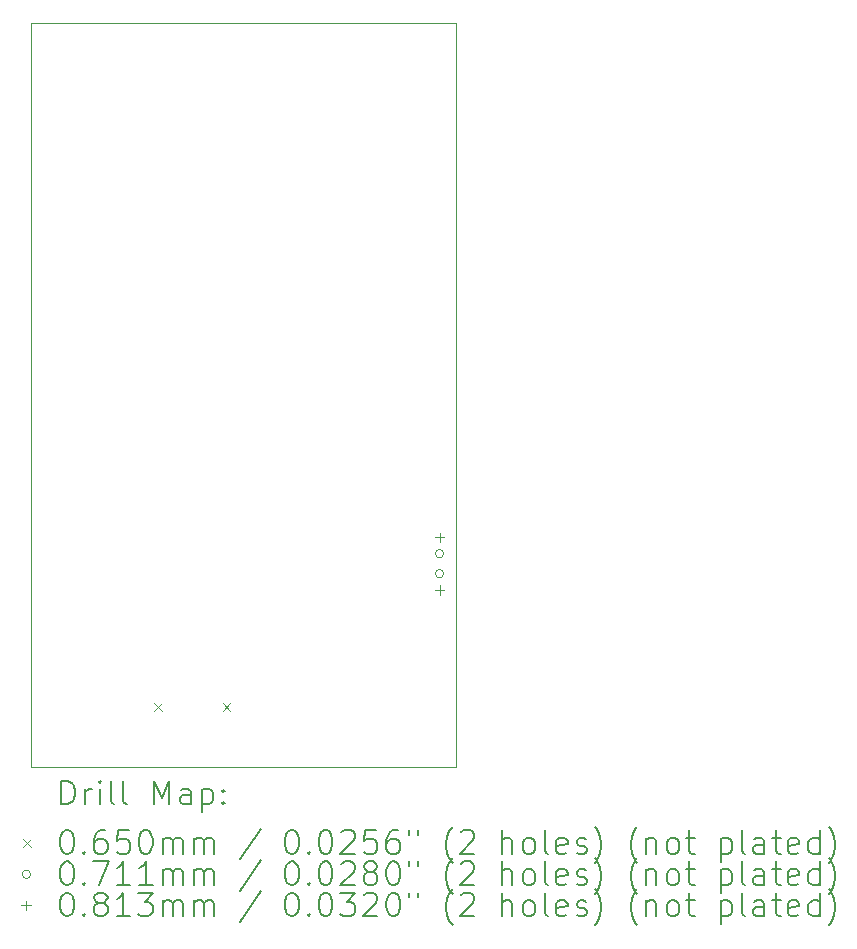
<source format=gbr>
%TF.GenerationSoftware,KiCad,Pcbnew,9.0.0*%
%TF.CreationDate,2025-04-24T13:44:51+03:00*%
%TF.ProjectId,ESP32_BOARD,45535033-325f-4424-9f41-52442e6b6963,1.0*%
%TF.SameCoordinates,Original*%
%TF.FileFunction,Drillmap*%
%TF.FilePolarity,Positive*%
%FSLAX45Y45*%
G04 Gerber Fmt 4.5, Leading zero omitted, Abs format (unit mm)*
G04 Created by KiCad (PCBNEW 9.0.0) date 2025-04-24 13:44:51*
%MOMM*%
%LPD*%
G01*
G04 APERTURE LIST*
%ADD10C,0.050000*%
%ADD11C,0.200000*%
%ADD12C,0.100000*%
G04 APERTURE END LIST*
D10*
X7740000Y-9120000D02*
X11340000Y-9120000D01*
X11340000Y-15420000D01*
X7740000Y-15420000D01*
X7740000Y-9120000D01*
D11*
D12*
X8786500Y-14879500D02*
X8851500Y-14944500D01*
X8851500Y-14879500D02*
X8786500Y-14944500D01*
X9364500Y-14879500D02*
X9429500Y-14944500D01*
X9429500Y-14879500D02*
X9364500Y-14944500D01*
X11235158Y-13611707D02*
G75*
G02*
X11164038Y-13611707I-35560J0D01*
G01*
X11164038Y-13611707D02*
G75*
G02*
X11235158Y-13611707I35560J0D01*
G01*
X11235158Y-13781707D02*
G75*
G02*
X11164038Y-13781707I-35560J0D01*
G01*
X11164038Y-13781707D02*
G75*
G02*
X11235158Y-13781707I35560J0D01*
G01*
X11199598Y-13433567D02*
X11199598Y-13514847D01*
X11158958Y-13474207D02*
X11240238Y-13474207D01*
X11199598Y-13878567D02*
X11199598Y-13959847D01*
X11158958Y-13919207D02*
X11240238Y-13919207D01*
D11*
X7998277Y-15733984D02*
X7998277Y-15533984D01*
X7998277Y-15533984D02*
X8045896Y-15533984D01*
X8045896Y-15533984D02*
X8074467Y-15543508D01*
X8074467Y-15543508D02*
X8093515Y-15562555D01*
X8093515Y-15562555D02*
X8103039Y-15581603D01*
X8103039Y-15581603D02*
X8112562Y-15619698D01*
X8112562Y-15619698D02*
X8112562Y-15648269D01*
X8112562Y-15648269D02*
X8103039Y-15686365D01*
X8103039Y-15686365D02*
X8093515Y-15705412D01*
X8093515Y-15705412D02*
X8074467Y-15724460D01*
X8074467Y-15724460D02*
X8045896Y-15733984D01*
X8045896Y-15733984D02*
X7998277Y-15733984D01*
X8198277Y-15733984D02*
X8198277Y-15600650D01*
X8198277Y-15638746D02*
X8207801Y-15619698D01*
X8207801Y-15619698D02*
X8217324Y-15610174D01*
X8217324Y-15610174D02*
X8236372Y-15600650D01*
X8236372Y-15600650D02*
X8255420Y-15600650D01*
X8322086Y-15733984D02*
X8322086Y-15600650D01*
X8322086Y-15533984D02*
X8312562Y-15543508D01*
X8312562Y-15543508D02*
X8322086Y-15553031D01*
X8322086Y-15553031D02*
X8331610Y-15543508D01*
X8331610Y-15543508D02*
X8322086Y-15533984D01*
X8322086Y-15533984D02*
X8322086Y-15553031D01*
X8445896Y-15733984D02*
X8426848Y-15724460D01*
X8426848Y-15724460D02*
X8417324Y-15705412D01*
X8417324Y-15705412D02*
X8417324Y-15533984D01*
X8550658Y-15733984D02*
X8531610Y-15724460D01*
X8531610Y-15724460D02*
X8522086Y-15705412D01*
X8522086Y-15705412D02*
X8522086Y-15533984D01*
X8779229Y-15733984D02*
X8779229Y-15533984D01*
X8779229Y-15533984D02*
X8845896Y-15676841D01*
X8845896Y-15676841D02*
X8912563Y-15533984D01*
X8912563Y-15533984D02*
X8912563Y-15733984D01*
X9093515Y-15733984D02*
X9093515Y-15629222D01*
X9093515Y-15629222D02*
X9083991Y-15610174D01*
X9083991Y-15610174D02*
X9064944Y-15600650D01*
X9064944Y-15600650D02*
X9026848Y-15600650D01*
X9026848Y-15600650D02*
X9007801Y-15610174D01*
X9093515Y-15724460D02*
X9074467Y-15733984D01*
X9074467Y-15733984D02*
X9026848Y-15733984D01*
X9026848Y-15733984D02*
X9007801Y-15724460D01*
X9007801Y-15724460D02*
X8998277Y-15705412D01*
X8998277Y-15705412D02*
X8998277Y-15686365D01*
X8998277Y-15686365D02*
X9007801Y-15667317D01*
X9007801Y-15667317D02*
X9026848Y-15657793D01*
X9026848Y-15657793D02*
X9074467Y-15657793D01*
X9074467Y-15657793D02*
X9093515Y-15648269D01*
X9188753Y-15600650D02*
X9188753Y-15800650D01*
X9188753Y-15610174D02*
X9207801Y-15600650D01*
X9207801Y-15600650D02*
X9245896Y-15600650D01*
X9245896Y-15600650D02*
X9264944Y-15610174D01*
X9264944Y-15610174D02*
X9274467Y-15619698D01*
X9274467Y-15619698D02*
X9283991Y-15638746D01*
X9283991Y-15638746D02*
X9283991Y-15695888D01*
X9283991Y-15695888D02*
X9274467Y-15714936D01*
X9274467Y-15714936D02*
X9264944Y-15724460D01*
X9264944Y-15724460D02*
X9245896Y-15733984D01*
X9245896Y-15733984D02*
X9207801Y-15733984D01*
X9207801Y-15733984D02*
X9188753Y-15724460D01*
X9369705Y-15714936D02*
X9379229Y-15724460D01*
X9379229Y-15724460D02*
X9369705Y-15733984D01*
X9369705Y-15733984D02*
X9360182Y-15724460D01*
X9360182Y-15724460D02*
X9369705Y-15714936D01*
X9369705Y-15714936D02*
X9369705Y-15733984D01*
X9369705Y-15610174D02*
X9379229Y-15619698D01*
X9379229Y-15619698D02*
X9369705Y-15629222D01*
X9369705Y-15629222D02*
X9360182Y-15619698D01*
X9360182Y-15619698D02*
X9369705Y-15610174D01*
X9369705Y-15610174D02*
X9369705Y-15629222D01*
D12*
X7672500Y-16030000D02*
X7737500Y-16095000D01*
X7737500Y-16030000D02*
X7672500Y-16095000D01*
D11*
X8036372Y-15953984D02*
X8055420Y-15953984D01*
X8055420Y-15953984D02*
X8074467Y-15963508D01*
X8074467Y-15963508D02*
X8083991Y-15973031D01*
X8083991Y-15973031D02*
X8093515Y-15992079D01*
X8093515Y-15992079D02*
X8103039Y-16030174D01*
X8103039Y-16030174D02*
X8103039Y-16077793D01*
X8103039Y-16077793D02*
X8093515Y-16115888D01*
X8093515Y-16115888D02*
X8083991Y-16134936D01*
X8083991Y-16134936D02*
X8074467Y-16144460D01*
X8074467Y-16144460D02*
X8055420Y-16153984D01*
X8055420Y-16153984D02*
X8036372Y-16153984D01*
X8036372Y-16153984D02*
X8017324Y-16144460D01*
X8017324Y-16144460D02*
X8007801Y-16134936D01*
X8007801Y-16134936D02*
X7998277Y-16115888D01*
X7998277Y-16115888D02*
X7988753Y-16077793D01*
X7988753Y-16077793D02*
X7988753Y-16030174D01*
X7988753Y-16030174D02*
X7998277Y-15992079D01*
X7998277Y-15992079D02*
X8007801Y-15973031D01*
X8007801Y-15973031D02*
X8017324Y-15963508D01*
X8017324Y-15963508D02*
X8036372Y-15953984D01*
X8188753Y-16134936D02*
X8198277Y-16144460D01*
X8198277Y-16144460D02*
X8188753Y-16153984D01*
X8188753Y-16153984D02*
X8179229Y-16144460D01*
X8179229Y-16144460D02*
X8188753Y-16134936D01*
X8188753Y-16134936D02*
X8188753Y-16153984D01*
X8369705Y-15953984D02*
X8331610Y-15953984D01*
X8331610Y-15953984D02*
X8312562Y-15963508D01*
X8312562Y-15963508D02*
X8303039Y-15973031D01*
X8303039Y-15973031D02*
X8283991Y-16001603D01*
X8283991Y-16001603D02*
X8274467Y-16039698D01*
X8274467Y-16039698D02*
X8274467Y-16115888D01*
X8274467Y-16115888D02*
X8283991Y-16134936D01*
X8283991Y-16134936D02*
X8293515Y-16144460D01*
X8293515Y-16144460D02*
X8312562Y-16153984D01*
X8312562Y-16153984D02*
X8350658Y-16153984D01*
X8350658Y-16153984D02*
X8369705Y-16144460D01*
X8369705Y-16144460D02*
X8379229Y-16134936D01*
X8379229Y-16134936D02*
X8388753Y-16115888D01*
X8388753Y-16115888D02*
X8388753Y-16068269D01*
X8388753Y-16068269D02*
X8379229Y-16049222D01*
X8379229Y-16049222D02*
X8369705Y-16039698D01*
X8369705Y-16039698D02*
X8350658Y-16030174D01*
X8350658Y-16030174D02*
X8312562Y-16030174D01*
X8312562Y-16030174D02*
X8293515Y-16039698D01*
X8293515Y-16039698D02*
X8283991Y-16049222D01*
X8283991Y-16049222D02*
X8274467Y-16068269D01*
X8569705Y-15953984D02*
X8474467Y-15953984D01*
X8474467Y-15953984D02*
X8464944Y-16049222D01*
X8464944Y-16049222D02*
X8474467Y-16039698D01*
X8474467Y-16039698D02*
X8493515Y-16030174D01*
X8493515Y-16030174D02*
X8541134Y-16030174D01*
X8541134Y-16030174D02*
X8560182Y-16039698D01*
X8560182Y-16039698D02*
X8569705Y-16049222D01*
X8569705Y-16049222D02*
X8579229Y-16068269D01*
X8579229Y-16068269D02*
X8579229Y-16115888D01*
X8579229Y-16115888D02*
X8569705Y-16134936D01*
X8569705Y-16134936D02*
X8560182Y-16144460D01*
X8560182Y-16144460D02*
X8541134Y-16153984D01*
X8541134Y-16153984D02*
X8493515Y-16153984D01*
X8493515Y-16153984D02*
X8474467Y-16144460D01*
X8474467Y-16144460D02*
X8464944Y-16134936D01*
X8703039Y-15953984D02*
X8722086Y-15953984D01*
X8722086Y-15953984D02*
X8741134Y-15963508D01*
X8741134Y-15963508D02*
X8750658Y-15973031D01*
X8750658Y-15973031D02*
X8760182Y-15992079D01*
X8760182Y-15992079D02*
X8769705Y-16030174D01*
X8769705Y-16030174D02*
X8769705Y-16077793D01*
X8769705Y-16077793D02*
X8760182Y-16115888D01*
X8760182Y-16115888D02*
X8750658Y-16134936D01*
X8750658Y-16134936D02*
X8741134Y-16144460D01*
X8741134Y-16144460D02*
X8722086Y-16153984D01*
X8722086Y-16153984D02*
X8703039Y-16153984D01*
X8703039Y-16153984D02*
X8683991Y-16144460D01*
X8683991Y-16144460D02*
X8674467Y-16134936D01*
X8674467Y-16134936D02*
X8664944Y-16115888D01*
X8664944Y-16115888D02*
X8655420Y-16077793D01*
X8655420Y-16077793D02*
X8655420Y-16030174D01*
X8655420Y-16030174D02*
X8664944Y-15992079D01*
X8664944Y-15992079D02*
X8674467Y-15973031D01*
X8674467Y-15973031D02*
X8683991Y-15963508D01*
X8683991Y-15963508D02*
X8703039Y-15953984D01*
X8855420Y-16153984D02*
X8855420Y-16020650D01*
X8855420Y-16039698D02*
X8864944Y-16030174D01*
X8864944Y-16030174D02*
X8883991Y-16020650D01*
X8883991Y-16020650D02*
X8912563Y-16020650D01*
X8912563Y-16020650D02*
X8931610Y-16030174D01*
X8931610Y-16030174D02*
X8941134Y-16049222D01*
X8941134Y-16049222D02*
X8941134Y-16153984D01*
X8941134Y-16049222D02*
X8950658Y-16030174D01*
X8950658Y-16030174D02*
X8969705Y-16020650D01*
X8969705Y-16020650D02*
X8998277Y-16020650D01*
X8998277Y-16020650D02*
X9017325Y-16030174D01*
X9017325Y-16030174D02*
X9026848Y-16049222D01*
X9026848Y-16049222D02*
X9026848Y-16153984D01*
X9122086Y-16153984D02*
X9122086Y-16020650D01*
X9122086Y-16039698D02*
X9131610Y-16030174D01*
X9131610Y-16030174D02*
X9150658Y-16020650D01*
X9150658Y-16020650D02*
X9179229Y-16020650D01*
X9179229Y-16020650D02*
X9198277Y-16030174D01*
X9198277Y-16030174D02*
X9207801Y-16049222D01*
X9207801Y-16049222D02*
X9207801Y-16153984D01*
X9207801Y-16049222D02*
X9217325Y-16030174D01*
X9217325Y-16030174D02*
X9236372Y-16020650D01*
X9236372Y-16020650D02*
X9264944Y-16020650D01*
X9264944Y-16020650D02*
X9283991Y-16030174D01*
X9283991Y-16030174D02*
X9293515Y-16049222D01*
X9293515Y-16049222D02*
X9293515Y-16153984D01*
X9683991Y-15944460D02*
X9512563Y-16201603D01*
X9941134Y-15953984D02*
X9960182Y-15953984D01*
X9960182Y-15953984D02*
X9979229Y-15963508D01*
X9979229Y-15963508D02*
X9988753Y-15973031D01*
X9988753Y-15973031D02*
X9998277Y-15992079D01*
X9998277Y-15992079D02*
X10007801Y-16030174D01*
X10007801Y-16030174D02*
X10007801Y-16077793D01*
X10007801Y-16077793D02*
X9998277Y-16115888D01*
X9998277Y-16115888D02*
X9988753Y-16134936D01*
X9988753Y-16134936D02*
X9979229Y-16144460D01*
X9979229Y-16144460D02*
X9960182Y-16153984D01*
X9960182Y-16153984D02*
X9941134Y-16153984D01*
X9941134Y-16153984D02*
X9922087Y-16144460D01*
X9922087Y-16144460D02*
X9912563Y-16134936D01*
X9912563Y-16134936D02*
X9903039Y-16115888D01*
X9903039Y-16115888D02*
X9893515Y-16077793D01*
X9893515Y-16077793D02*
X9893515Y-16030174D01*
X9893515Y-16030174D02*
X9903039Y-15992079D01*
X9903039Y-15992079D02*
X9912563Y-15973031D01*
X9912563Y-15973031D02*
X9922087Y-15963508D01*
X9922087Y-15963508D02*
X9941134Y-15953984D01*
X10093515Y-16134936D02*
X10103039Y-16144460D01*
X10103039Y-16144460D02*
X10093515Y-16153984D01*
X10093515Y-16153984D02*
X10083991Y-16144460D01*
X10083991Y-16144460D02*
X10093515Y-16134936D01*
X10093515Y-16134936D02*
X10093515Y-16153984D01*
X10226848Y-15953984D02*
X10245896Y-15953984D01*
X10245896Y-15953984D02*
X10264944Y-15963508D01*
X10264944Y-15963508D02*
X10274468Y-15973031D01*
X10274468Y-15973031D02*
X10283991Y-15992079D01*
X10283991Y-15992079D02*
X10293515Y-16030174D01*
X10293515Y-16030174D02*
X10293515Y-16077793D01*
X10293515Y-16077793D02*
X10283991Y-16115888D01*
X10283991Y-16115888D02*
X10274468Y-16134936D01*
X10274468Y-16134936D02*
X10264944Y-16144460D01*
X10264944Y-16144460D02*
X10245896Y-16153984D01*
X10245896Y-16153984D02*
X10226848Y-16153984D01*
X10226848Y-16153984D02*
X10207801Y-16144460D01*
X10207801Y-16144460D02*
X10198277Y-16134936D01*
X10198277Y-16134936D02*
X10188753Y-16115888D01*
X10188753Y-16115888D02*
X10179229Y-16077793D01*
X10179229Y-16077793D02*
X10179229Y-16030174D01*
X10179229Y-16030174D02*
X10188753Y-15992079D01*
X10188753Y-15992079D02*
X10198277Y-15973031D01*
X10198277Y-15973031D02*
X10207801Y-15963508D01*
X10207801Y-15963508D02*
X10226848Y-15953984D01*
X10369706Y-15973031D02*
X10379229Y-15963508D01*
X10379229Y-15963508D02*
X10398277Y-15953984D01*
X10398277Y-15953984D02*
X10445896Y-15953984D01*
X10445896Y-15953984D02*
X10464944Y-15963508D01*
X10464944Y-15963508D02*
X10474468Y-15973031D01*
X10474468Y-15973031D02*
X10483991Y-15992079D01*
X10483991Y-15992079D02*
X10483991Y-16011127D01*
X10483991Y-16011127D02*
X10474468Y-16039698D01*
X10474468Y-16039698D02*
X10360182Y-16153984D01*
X10360182Y-16153984D02*
X10483991Y-16153984D01*
X10664944Y-15953984D02*
X10569706Y-15953984D01*
X10569706Y-15953984D02*
X10560182Y-16049222D01*
X10560182Y-16049222D02*
X10569706Y-16039698D01*
X10569706Y-16039698D02*
X10588753Y-16030174D01*
X10588753Y-16030174D02*
X10636372Y-16030174D01*
X10636372Y-16030174D02*
X10655420Y-16039698D01*
X10655420Y-16039698D02*
X10664944Y-16049222D01*
X10664944Y-16049222D02*
X10674468Y-16068269D01*
X10674468Y-16068269D02*
X10674468Y-16115888D01*
X10674468Y-16115888D02*
X10664944Y-16134936D01*
X10664944Y-16134936D02*
X10655420Y-16144460D01*
X10655420Y-16144460D02*
X10636372Y-16153984D01*
X10636372Y-16153984D02*
X10588753Y-16153984D01*
X10588753Y-16153984D02*
X10569706Y-16144460D01*
X10569706Y-16144460D02*
X10560182Y-16134936D01*
X10845896Y-15953984D02*
X10807801Y-15953984D01*
X10807801Y-15953984D02*
X10788753Y-15963508D01*
X10788753Y-15963508D02*
X10779229Y-15973031D01*
X10779229Y-15973031D02*
X10760182Y-16001603D01*
X10760182Y-16001603D02*
X10750658Y-16039698D01*
X10750658Y-16039698D02*
X10750658Y-16115888D01*
X10750658Y-16115888D02*
X10760182Y-16134936D01*
X10760182Y-16134936D02*
X10769706Y-16144460D01*
X10769706Y-16144460D02*
X10788753Y-16153984D01*
X10788753Y-16153984D02*
X10826849Y-16153984D01*
X10826849Y-16153984D02*
X10845896Y-16144460D01*
X10845896Y-16144460D02*
X10855420Y-16134936D01*
X10855420Y-16134936D02*
X10864944Y-16115888D01*
X10864944Y-16115888D02*
X10864944Y-16068269D01*
X10864944Y-16068269D02*
X10855420Y-16049222D01*
X10855420Y-16049222D02*
X10845896Y-16039698D01*
X10845896Y-16039698D02*
X10826849Y-16030174D01*
X10826849Y-16030174D02*
X10788753Y-16030174D01*
X10788753Y-16030174D02*
X10769706Y-16039698D01*
X10769706Y-16039698D02*
X10760182Y-16049222D01*
X10760182Y-16049222D02*
X10750658Y-16068269D01*
X10941134Y-15953984D02*
X10941134Y-15992079D01*
X11017325Y-15953984D02*
X11017325Y-15992079D01*
X11312563Y-16230174D02*
X11303039Y-16220650D01*
X11303039Y-16220650D02*
X11283991Y-16192079D01*
X11283991Y-16192079D02*
X11274468Y-16173031D01*
X11274468Y-16173031D02*
X11264944Y-16144460D01*
X11264944Y-16144460D02*
X11255420Y-16096841D01*
X11255420Y-16096841D02*
X11255420Y-16058746D01*
X11255420Y-16058746D02*
X11264944Y-16011127D01*
X11264944Y-16011127D02*
X11274468Y-15982555D01*
X11274468Y-15982555D02*
X11283991Y-15963508D01*
X11283991Y-15963508D02*
X11303039Y-15934936D01*
X11303039Y-15934936D02*
X11312563Y-15925412D01*
X11379229Y-15973031D02*
X11388753Y-15963508D01*
X11388753Y-15963508D02*
X11407801Y-15953984D01*
X11407801Y-15953984D02*
X11455420Y-15953984D01*
X11455420Y-15953984D02*
X11474468Y-15963508D01*
X11474468Y-15963508D02*
X11483991Y-15973031D01*
X11483991Y-15973031D02*
X11493515Y-15992079D01*
X11493515Y-15992079D02*
X11493515Y-16011127D01*
X11493515Y-16011127D02*
X11483991Y-16039698D01*
X11483991Y-16039698D02*
X11369706Y-16153984D01*
X11369706Y-16153984D02*
X11493515Y-16153984D01*
X11731610Y-16153984D02*
X11731610Y-15953984D01*
X11817325Y-16153984D02*
X11817325Y-16049222D01*
X11817325Y-16049222D02*
X11807801Y-16030174D01*
X11807801Y-16030174D02*
X11788753Y-16020650D01*
X11788753Y-16020650D02*
X11760182Y-16020650D01*
X11760182Y-16020650D02*
X11741134Y-16030174D01*
X11741134Y-16030174D02*
X11731610Y-16039698D01*
X11941134Y-16153984D02*
X11922087Y-16144460D01*
X11922087Y-16144460D02*
X11912563Y-16134936D01*
X11912563Y-16134936D02*
X11903039Y-16115888D01*
X11903039Y-16115888D02*
X11903039Y-16058746D01*
X11903039Y-16058746D02*
X11912563Y-16039698D01*
X11912563Y-16039698D02*
X11922087Y-16030174D01*
X11922087Y-16030174D02*
X11941134Y-16020650D01*
X11941134Y-16020650D02*
X11969706Y-16020650D01*
X11969706Y-16020650D02*
X11988753Y-16030174D01*
X11988753Y-16030174D02*
X11998277Y-16039698D01*
X11998277Y-16039698D02*
X12007801Y-16058746D01*
X12007801Y-16058746D02*
X12007801Y-16115888D01*
X12007801Y-16115888D02*
X11998277Y-16134936D01*
X11998277Y-16134936D02*
X11988753Y-16144460D01*
X11988753Y-16144460D02*
X11969706Y-16153984D01*
X11969706Y-16153984D02*
X11941134Y-16153984D01*
X12122087Y-16153984D02*
X12103039Y-16144460D01*
X12103039Y-16144460D02*
X12093515Y-16125412D01*
X12093515Y-16125412D02*
X12093515Y-15953984D01*
X12274468Y-16144460D02*
X12255420Y-16153984D01*
X12255420Y-16153984D02*
X12217325Y-16153984D01*
X12217325Y-16153984D02*
X12198277Y-16144460D01*
X12198277Y-16144460D02*
X12188753Y-16125412D01*
X12188753Y-16125412D02*
X12188753Y-16049222D01*
X12188753Y-16049222D02*
X12198277Y-16030174D01*
X12198277Y-16030174D02*
X12217325Y-16020650D01*
X12217325Y-16020650D02*
X12255420Y-16020650D01*
X12255420Y-16020650D02*
X12274468Y-16030174D01*
X12274468Y-16030174D02*
X12283991Y-16049222D01*
X12283991Y-16049222D02*
X12283991Y-16068269D01*
X12283991Y-16068269D02*
X12188753Y-16087317D01*
X12360182Y-16144460D02*
X12379230Y-16153984D01*
X12379230Y-16153984D02*
X12417325Y-16153984D01*
X12417325Y-16153984D02*
X12436372Y-16144460D01*
X12436372Y-16144460D02*
X12445896Y-16125412D01*
X12445896Y-16125412D02*
X12445896Y-16115888D01*
X12445896Y-16115888D02*
X12436372Y-16096841D01*
X12436372Y-16096841D02*
X12417325Y-16087317D01*
X12417325Y-16087317D02*
X12388753Y-16087317D01*
X12388753Y-16087317D02*
X12369706Y-16077793D01*
X12369706Y-16077793D02*
X12360182Y-16058746D01*
X12360182Y-16058746D02*
X12360182Y-16049222D01*
X12360182Y-16049222D02*
X12369706Y-16030174D01*
X12369706Y-16030174D02*
X12388753Y-16020650D01*
X12388753Y-16020650D02*
X12417325Y-16020650D01*
X12417325Y-16020650D02*
X12436372Y-16030174D01*
X12512563Y-16230174D02*
X12522087Y-16220650D01*
X12522087Y-16220650D02*
X12541134Y-16192079D01*
X12541134Y-16192079D02*
X12550658Y-16173031D01*
X12550658Y-16173031D02*
X12560182Y-16144460D01*
X12560182Y-16144460D02*
X12569706Y-16096841D01*
X12569706Y-16096841D02*
X12569706Y-16058746D01*
X12569706Y-16058746D02*
X12560182Y-16011127D01*
X12560182Y-16011127D02*
X12550658Y-15982555D01*
X12550658Y-15982555D02*
X12541134Y-15963508D01*
X12541134Y-15963508D02*
X12522087Y-15934936D01*
X12522087Y-15934936D02*
X12512563Y-15925412D01*
X12874468Y-16230174D02*
X12864944Y-16220650D01*
X12864944Y-16220650D02*
X12845896Y-16192079D01*
X12845896Y-16192079D02*
X12836372Y-16173031D01*
X12836372Y-16173031D02*
X12826849Y-16144460D01*
X12826849Y-16144460D02*
X12817325Y-16096841D01*
X12817325Y-16096841D02*
X12817325Y-16058746D01*
X12817325Y-16058746D02*
X12826849Y-16011127D01*
X12826849Y-16011127D02*
X12836372Y-15982555D01*
X12836372Y-15982555D02*
X12845896Y-15963508D01*
X12845896Y-15963508D02*
X12864944Y-15934936D01*
X12864944Y-15934936D02*
X12874468Y-15925412D01*
X12950658Y-16020650D02*
X12950658Y-16153984D01*
X12950658Y-16039698D02*
X12960182Y-16030174D01*
X12960182Y-16030174D02*
X12979230Y-16020650D01*
X12979230Y-16020650D02*
X13007801Y-16020650D01*
X13007801Y-16020650D02*
X13026849Y-16030174D01*
X13026849Y-16030174D02*
X13036372Y-16049222D01*
X13036372Y-16049222D02*
X13036372Y-16153984D01*
X13160182Y-16153984D02*
X13141134Y-16144460D01*
X13141134Y-16144460D02*
X13131611Y-16134936D01*
X13131611Y-16134936D02*
X13122087Y-16115888D01*
X13122087Y-16115888D02*
X13122087Y-16058746D01*
X13122087Y-16058746D02*
X13131611Y-16039698D01*
X13131611Y-16039698D02*
X13141134Y-16030174D01*
X13141134Y-16030174D02*
X13160182Y-16020650D01*
X13160182Y-16020650D02*
X13188753Y-16020650D01*
X13188753Y-16020650D02*
X13207801Y-16030174D01*
X13207801Y-16030174D02*
X13217325Y-16039698D01*
X13217325Y-16039698D02*
X13226849Y-16058746D01*
X13226849Y-16058746D02*
X13226849Y-16115888D01*
X13226849Y-16115888D02*
X13217325Y-16134936D01*
X13217325Y-16134936D02*
X13207801Y-16144460D01*
X13207801Y-16144460D02*
X13188753Y-16153984D01*
X13188753Y-16153984D02*
X13160182Y-16153984D01*
X13283992Y-16020650D02*
X13360182Y-16020650D01*
X13312563Y-15953984D02*
X13312563Y-16125412D01*
X13312563Y-16125412D02*
X13322087Y-16144460D01*
X13322087Y-16144460D02*
X13341134Y-16153984D01*
X13341134Y-16153984D02*
X13360182Y-16153984D01*
X13579230Y-16020650D02*
X13579230Y-16220650D01*
X13579230Y-16030174D02*
X13598277Y-16020650D01*
X13598277Y-16020650D02*
X13636373Y-16020650D01*
X13636373Y-16020650D02*
X13655420Y-16030174D01*
X13655420Y-16030174D02*
X13664944Y-16039698D01*
X13664944Y-16039698D02*
X13674468Y-16058746D01*
X13674468Y-16058746D02*
X13674468Y-16115888D01*
X13674468Y-16115888D02*
X13664944Y-16134936D01*
X13664944Y-16134936D02*
X13655420Y-16144460D01*
X13655420Y-16144460D02*
X13636373Y-16153984D01*
X13636373Y-16153984D02*
X13598277Y-16153984D01*
X13598277Y-16153984D02*
X13579230Y-16144460D01*
X13788753Y-16153984D02*
X13769706Y-16144460D01*
X13769706Y-16144460D02*
X13760182Y-16125412D01*
X13760182Y-16125412D02*
X13760182Y-15953984D01*
X13950658Y-16153984D02*
X13950658Y-16049222D01*
X13950658Y-16049222D02*
X13941134Y-16030174D01*
X13941134Y-16030174D02*
X13922087Y-16020650D01*
X13922087Y-16020650D02*
X13883992Y-16020650D01*
X13883992Y-16020650D02*
X13864944Y-16030174D01*
X13950658Y-16144460D02*
X13931611Y-16153984D01*
X13931611Y-16153984D02*
X13883992Y-16153984D01*
X13883992Y-16153984D02*
X13864944Y-16144460D01*
X13864944Y-16144460D02*
X13855420Y-16125412D01*
X13855420Y-16125412D02*
X13855420Y-16106365D01*
X13855420Y-16106365D02*
X13864944Y-16087317D01*
X13864944Y-16087317D02*
X13883992Y-16077793D01*
X13883992Y-16077793D02*
X13931611Y-16077793D01*
X13931611Y-16077793D02*
X13950658Y-16068269D01*
X14017325Y-16020650D02*
X14093515Y-16020650D01*
X14045896Y-15953984D02*
X14045896Y-16125412D01*
X14045896Y-16125412D02*
X14055420Y-16144460D01*
X14055420Y-16144460D02*
X14074468Y-16153984D01*
X14074468Y-16153984D02*
X14093515Y-16153984D01*
X14236373Y-16144460D02*
X14217325Y-16153984D01*
X14217325Y-16153984D02*
X14179230Y-16153984D01*
X14179230Y-16153984D02*
X14160182Y-16144460D01*
X14160182Y-16144460D02*
X14150658Y-16125412D01*
X14150658Y-16125412D02*
X14150658Y-16049222D01*
X14150658Y-16049222D02*
X14160182Y-16030174D01*
X14160182Y-16030174D02*
X14179230Y-16020650D01*
X14179230Y-16020650D02*
X14217325Y-16020650D01*
X14217325Y-16020650D02*
X14236373Y-16030174D01*
X14236373Y-16030174D02*
X14245896Y-16049222D01*
X14245896Y-16049222D02*
X14245896Y-16068269D01*
X14245896Y-16068269D02*
X14150658Y-16087317D01*
X14417325Y-16153984D02*
X14417325Y-15953984D01*
X14417325Y-16144460D02*
X14398277Y-16153984D01*
X14398277Y-16153984D02*
X14360182Y-16153984D01*
X14360182Y-16153984D02*
X14341134Y-16144460D01*
X14341134Y-16144460D02*
X14331611Y-16134936D01*
X14331611Y-16134936D02*
X14322087Y-16115888D01*
X14322087Y-16115888D02*
X14322087Y-16058746D01*
X14322087Y-16058746D02*
X14331611Y-16039698D01*
X14331611Y-16039698D02*
X14341134Y-16030174D01*
X14341134Y-16030174D02*
X14360182Y-16020650D01*
X14360182Y-16020650D02*
X14398277Y-16020650D01*
X14398277Y-16020650D02*
X14417325Y-16030174D01*
X14493515Y-16230174D02*
X14503039Y-16220650D01*
X14503039Y-16220650D02*
X14522087Y-16192079D01*
X14522087Y-16192079D02*
X14531611Y-16173031D01*
X14531611Y-16173031D02*
X14541134Y-16144460D01*
X14541134Y-16144460D02*
X14550658Y-16096841D01*
X14550658Y-16096841D02*
X14550658Y-16058746D01*
X14550658Y-16058746D02*
X14541134Y-16011127D01*
X14541134Y-16011127D02*
X14531611Y-15982555D01*
X14531611Y-15982555D02*
X14522087Y-15963508D01*
X14522087Y-15963508D02*
X14503039Y-15934936D01*
X14503039Y-15934936D02*
X14493515Y-15925412D01*
D12*
X7737500Y-16326500D02*
G75*
G02*
X7666380Y-16326500I-35560J0D01*
G01*
X7666380Y-16326500D02*
G75*
G02*
X7737500Y-16326500I35560J0D01*
G01*
D11*
X8036372Y-16217984D02*
X8055420Y-16217984D01*
X8055420Y-16217984D02*
X8074467Y-16227508D01*
X8074467Y-16227508D02*
X8083991Y-16237031D01*
X8083991Y-16237031D02*
X8093515Y-16256079D01*
X8093515Y-16256079D02*
X8103039Y-16294174D01*
X8103039Y-16294174D02*
X8103039Y-16341793D01*
X8103039Y-16341793D02*
X8093515Y-16379888D01*
X8093515Y-16379888D02*
X8083991Y-16398936D01*
X8083991Y-16398936D02*
X8074467Y-16408460D01*
X8074467Y-16408460D02*
X8055420Y-16417984D01*
X8055420Y-16417984D02*
X8036372Y-16417984D01*
X8036372Y-16417984D02*
X8017324Y-16408460D01*
X8017324Y-16408460D02*
X8007801Y-16398936D01*
X8007801Y-16398936D02*
X7998277Y-16379888D01*
X7998277Y-16379888D02*
X7988753Y-16341793D01*
X7988753Y-16341793D02*
X7988753Y-16294174D01*
X7988753Y-16294174D02*
X7998277Y-16256079D01*
X7998277Y-16256079D02*
X8007801Y-16237031D01*
X8007801Y-16237031D02*
X8017324Y-16227508D01*
X8017324Y-16227508D02*
X8036372Y-16217984D01*
X8188753Y-16398936D02*
X8198277Y-16408460D01*
X8198277Y-16408460D02*
X8188753Y-16417984D01*
X8188753Y-16417984D02*
X8179229Y-16408460D01*
X8179229Y-16408460D02*
X8188753Y-16398936D01*
X8188753Y-16398936D02*
X8188753Y-16417984D01*
X8264943Y-16217984D02*
X8398277Y-16217984D01*
X8398277Y-16217984D02*
X8312562Y-16417984D01*
X8579229Y-16417984D02*
X8464944Y-16417984D01*
X8522086Y-16417984D02*
X8522086Y-16217984D01*
X8522086Y-16217984D02*
X8503039Y-16246555D01*
X8503039Y-16246555D02*
X8483991Y-16265603D01*
X8483991Y-16265603D02*
X8464944Y-16275127D01*
X8769705Y-16417984D02*
X8655420Y-16417984D01*
X8712563Y-16417984D02*
X8712563Y-16217984D01*
X8712563Y-16217984D02*
X8693515Y-16246555D01*
X8693515Y-16246555D02*
X8674467Y-16265603D01*
X8674467Y-16265603D02*
X8655420Y-16275127D01*
X8855420Y-16417984D02*
X8855420Y-16284650D01*
X8855420Y-16303698D02*
X8864944Y-16294174D01*
X8864944Y-16294174D02*
X8883991Y-16284650D01*
X8883991Y-16284650D02*
X8912563Y-16284650D01*
X8912563Y-16284650D02*
X8931610Y-16294174D01*
X8931610Y-16294174D02*
X8941134Y-16313222D01*
X8941134Y-16313222D02*
X8941134Y-16417984D01*
X8941134Y-16313222D02*
X8950658Y-16294174D01*
X8950658Y-16294174D02*
X8969705Y-16284650D01*
X8969705Y-16284650D02*
X8998277Y-16284650D01*
X8998277Y-16284650D02*
X9017325Y-16294174D01*
X9017325Y-16294174D02*
X9026848Y-16313222D01*
X9026848Y-16313222D02*
X9026848Y-16417984D01*
X9122086Y-16417984D02*
X9122086Y-16284650D01*
X9122086Y-16303698D02*
X9131610Y-16294174D01*
X9131610Y-16294174D02*
X9150658Y-16284650D01*
X9150658Y-16284650D02*
X9179229Y-16284650D01*
X9179229Y-16284650D02*
X9198277Y-16294174D01*
X9198277Y-16294174D02*
X9207801Y-16313222D01*
X9207801Y-16313222D02*
X9207801Y-16417984D01*
X9207801Y-16313222D02*
X9217325Y-16294174D01*
X9217325Y-16294174D02*
X9236372Y-16284650D01*
X9236372Y-16284650D02*
X9264944Y-16284650D01*
X9264944Y-16284650D02*
X9283991Y-16294174D01*
X9283991Y-16294174D02*
X9293515Y-16313222D01*
X9293515Y-16313222D02*
X9293515Y-16417984D01*
X9683991Y-16208460D02*
X9512563Y-16465603D01*
X9941134Y-16217984D02*
X9960182Y-16217984D01*
X9960182Y-16217984D02*
X9979229Y-16227508D01*
X9979229Y-16227508D02*
X9988753Y-16237031D01*
X9988753Y-16237031D02*
X9998277Y-16256079D01*
X9998277Y-16256079D02*
X10007801Y-16294174D01*
X10007801Y-16294174D02*
X10007801Y-16341793D01*
X10007801Y-16341793D02*
X9998277Y-16379888D01*
X9998277Y-16379888D02*
X9988753Y-16398936D01*
X9988753Y-16398936D02*
X9979229Y-16408460D01*
X9979229Y-16408460D02*
X9960182Y-16417984D01*
X9960182Y-16417984D02*
X9941134Y-16417984D01*
X9941134Y-16417984D02*
X9922087Y-16408460D01*
X9922087Y-16408460D02*
X9912563Y-16398936D01*
X9912563Y-16398936D02*
X9903039Y-16379888D01*
X9903039Y-16379888D02*
X9893515Y-16341793D01*
X9893515Y-16341793D02*
X9893515Y-16294174D01*
X9893515Y-16294174D02*
X9903039Y-16256079D01*
X9903039Y-16256079D02*
X9912563Y-16237031D01*
X9912563Y-16237031D02*
X9922087Y-16227508D01*
X9922087Y-16227508D02*
X9941134Y-16217984D01*
X10093515Y-16398936D02*
X10103039Y-16408460D01*
X10103039Y-16408460D02*
X10093515Y-16417984D01*
X10093515Y-16417984D02*
X10083991Y-16408460D01*
X10083991Y-16408460D02*
X10093515Y-16398936D01*
X10093515Y-16398936D02*
X10093515Y-16417984D01*
X10226848Y-16217984D02*
X10245896Y-16217984D01*
X10245896Y-16217984D02*
X10264944Y-16227508D01*
X10264944Y-16227508D02*
X10274468Y-16237031D01*
X10274468Y-16237031D02*
X10283991Y-16256079D01*
X10283991Y-16256079D02*
X10293515Y-16294174D01*
X10293515Y-16294174D02*
X10293515Y-16341793D01*
X10293515Y-16341793D02*
X10283991Y-16379888D01*
X10283991Y-16379888D02*
X10274468Y-16398936D01*
X10274468Y-16398936D02*
X10264944Y-16408460D01*
X10264944Y-16408460D02*
X10245896Y-16417984D01*
X10245896Y-16417984D02*
X10226848Y-16417984D01*
X10226848Y-16417984D02*
X10207801Y-16408460D01*
X10207801Y-16408460D02*
X10198277Y-16398936D01*
X10198277Y-16398936D02*
X10188753Y-16379888D01*
X10188753Y-16379888D02*
X10179229Y-16341793D01*
X10179229Y-16341793D02*
X10179229Y-16294174D01*
X10179229Y-16294174D02*
X10188753Y-16256079D01*
X10188753Y-16256079D02*
X10198277Y-16237031D01*
X10198277Y-16237031D02*
X10207801Y-16227508D01*
X10207801Y-16227508D02*
X10226848Y-16217984D01*
X10369706Y-16237031D02*
X10379229Y-16227508D01*
X10379229Y-16227508D02*
X10398277Y-16217984D01*
X10398277Y-16217984D02*
X10445896Y-16217984D01*
X10445896Y-16217984D02*
X10464944Y-16227508D01*
X10464944Y-16227508D02*
X10474468Y-16237031D01*
X10474468Y-16237031D02*
X10483991Y-16256079D01*
X10483991Y-16256079D02*
X10483991Y-16275127D01*
X10483991Y-16275127D02*
X10474468Y-16303698D01*
X10474468Y-16303698D02*
X10360182Y-16417984D01*
X10360182Y-16417984D02*
X10483991Y-16417984D01*
X10598277Y-16303698D02*
X10579229Y-16294174D01*
X10579229Y-16294174D02*
X10569706Y-16284650D01*
X10569706Y-16284650D02*
X10560182Y-16265603D01*
X10560182Y-16265603D02*
X10560182Y-16256079D01*
X10560182Y-16256079D02*
X10569706Y-16237031D01*
X10569706Y-16237031D02*
X10579229Y-16227508D01*
X10579229Y-16227508D02*
X10598277Y-16217984D01*
X10598277Y-16217984D02*
X10636372Y-16217984D01*
X10636372Y-16217984D02*
X10655420Y-16227508D01*
X10655420Y-16227508D02*
X10664944Y-16237031D01*
X10664944Y-16237031D02*
X10674468Y-16256079D01*
X10674468Y-16256079D02*
X10674468Y-16265603D01*
X10674468Y-16265603D02*
X10664944Y-16284650D01*
X10664944Y-16284650D02*
X10655420Y-16294174D01*
X10655420Y-16294174D02*
X10636372Y-16303698D01*
X10636372Y-16303698D02*
X10598277Y-16303698D01*
X10598277Y-16303698D02*
X10579229Y-16313222D01*
X10579229Y-16313222D02*
X10569706Y-16322746D01*
X10569706Y-16322746D02*
X10560182Y-16341793D01*
X10560182Y-16341793D02*
X10560182Y-16379888D01*
X10560182Y-16379888D02*
X10569706Y-16398936D01*
X10569706Y-16398936D02*
X10579229Y-16408460D01*
X10579229Y-16408460D02*
X10598277Y-16417984D01*
X10598277Y-16417984D02*
X10636372Y-16417984D01*
X10636372Y-16417984D02*
X10655420Y-16408460D01*
X10655420Y-16408460D02*
X10664944Y-16398936D01*
X10664944Y-16398936D02*
X10674468Y-16379888D01*
X10674468Y-16379888D02*
X10674468Y-16341793D01*
X10674468Y-16341793D02*
X10664944Y-16322746D01*
X10664944Y-16322746D02*
X10655420Y-16313222D01*
X10655420Y-16313222D02*
X10636372Y-16303698D01*
X10798277Y-16217984D02*
X10817325Y-16217984D01*
X10817325Y-16217984D02*
X10836372Y-16227508D01*
X10836372Y-16227508D02*
X10845896Y-16237031D01*
X10845896Y-16237031D02*
X10855420Y-16256079D01*
X10855420Y-16256079D02*
X10864944Y-16294174D01*
X10864944Y-16294174D02*
X10864944Y-16341793D01*
X10864944Y-16341793D02*
X10855420Y-16379888D01*
X10855420Y-16379888D02*
X10845896Y-16398936D01*
X10845896Y-16398936D02*
X10836372Y-16408460D01*
X10836372Y-16408460D02*
X10817325Y-16417984D01*
X10817325Y-16417984D02*
X10798277Y-16417984D01*
X10798277Y-16417984D02*
X10779229Y-16408460D01*
X10779229Y-16408460D02*
X10769706Y-16398936D01*
X10769706Y-16398936D02*
X10760182Y-16379888D01*
X10760182Y-16379888D02*
X10750658Y-16341793D01*
X10750658Y-16341793D02*
X10750658Y-16294174D01*
X10750658Y-16294174D02*
X10760182Y-16256079D01*
X10760182Y-16256079D02*
X10769706Y-16237031D01*
X10769706Y-16237031D02*
X10779229Y-16227508D01*
X10779229Y-16227508D02*
X10798277Y-16217984D01*
X10941134Y-16217984D02*
X10941134Y-16256079D01*
X11017325Y-16217984D02*
X11017325Y-16256079D01*
X11312563Y-16494174D02*
X11303039Y-16484650D01*
X11303039Y-16484650D02*
X11283991Y-16456079D01*
X11283991Y-16456079D02*
X11274468Y-16437031D01*
X11274468Y-16437031D02*
X11264944Y-16408460D01*
X11264944Y-16408460D02*
X11255420Y-16360841D01*
X11255420Y-16360841D02*
X11255420Y-16322746D01*
X11255420Y-16322746D02*
X11264944Y-16275127D01*
X11264944Y-16275127D02*
X11274468Y-16246555D01*
X11274468Y-16246555D02*
X11283991Y-16227508D01*
X11283991Y-16227508D02*
X11303039Y-16198936D01*
X11303039Y-16198936D02*
X11312563Y-16189412D01*
X11379229Y-16237031D02*
X11388753Y-16227508D01*
X11388753Y-16227508D02*
X11407801Y-16217984D01*
X11407801Y-16217984D02*
X11455420Y-16217984D01*
X11455420Y-16217984D02*
X11474468Y-16227508D01*
X11474468Y-16227508D02*
X11483991Y-16237031D01*
X11483991Y-16237031D02*
X11493515Y-16256079D01*
X11493515Y-16256079D02*
X11493515Y-16275127D01*
X11493515Y-16275127D02*
X11483991Y-16303698D01*
X11483991Y-16303698D02*
X11369706Y-16417984D01*
X11369706Y-16417984D02*
X11493515Y-16417984D01*
X11731610Y-16417984D02*
X11731610Y-16217984D01*
X11817325Y-16417984D02*
X11817325Y-16313222D01*
X11817325Y-16313222D02*
X11807801Y-16294174D01*
X11807801Y-16294174D02*
X11788753Y-16284650D01*
X11788753Y-16284650D02*
X11760182Y-16284650D01*
X11760182Y-16284650D02*
X11741134Y-16294174D01*
X11741134Y-16294174D02*
X11731610Y-16303698D01*
X11941134Y-16417984D02*
X11922087Y-16408460D01*
X11922087Y-16408460D02*
X11912563Y-16398936D01*
X11912563Y-16398936D02*
X11903039Y-16379888D01*
X11903039Y-16379888D02*
X11903039Y-16322746D01*
X11903039Y-16322746D02*
X11912563Y-16303698D01*
X11912563Y-16303698D02*
X11922087Y-16294174D01*
X11922087Y-16294174D02*
X11941134Y-16284650D01*
X11941134Y-16284650D02*
X11969706Y-16284650D01*
X11969706Y-16284650D02*
X11988753Y-16294174D01*
X11988753Y-16294174D02*
X11998277Y-16303698D01*
X11998277Y-16303698D02*
X12007801Y-16322746D01*
X12007801Y-16322746D02*
X12007801Y-16379888D01*
X12007801Y-16379888D02*
X11998277Y-16398936D01*
X11998277Y-16398936D02*
X11988753Y-16408460D01*
X11988753Y-16408460D02*
X11969706Y-16417984D01*
X11969706Y-16417984D02*
X11941134Y-16417984D01*
X12122087Y-16417984D02*
X12103039Y-16408460D01*
X12103039Y-16408460D02*
X12093515Y-16389412D01*
X12093515Y-16389412D02*
X12093515Y-16217984D01*
X12274468Y-16408460D02*
X12255420Y-16417984D01*
X12255420Y-16417984D02*
X12217325Y-16417984D01*
X12217325Y-16417984D02*
X12198277Y-16408460D01*
X12198277Y-16408460D02*
X12188753Y-16389412D01*
X12188753Y-16389412D02*
X12188753Y-16313222D01*
X12188753Y-16313222D02*
X12198277Y-16294174D01*
X12198277Y-16294174D02*
X12217325Y-16284650D01*
X12217325Y-16284650D02*
X12255420Y-16284650D01*
X12255420Y-16284650D02*
X12274468Y-16294174D01*
X12274468Y-16294174D02*
X12283991Y-16313222D01*
X12283991Y-16313222D02*
X12283991Y-16332269D01*
X12283991Y-16332269D02*
X12188753Y-16351317D01*
X12360182Y-16408460D02*
X12379230Y-16417984D01*
X12379230Y-16417984D02*
X12417325Y-16417984D01*
X12417325Y-16417984D02*
X12436372Y-16408460D01*
X12436372Y-16408460D02*
X12445896Y-16389412D01*
X12445896Y-16389412D02*
X12445896Y-16379888D01*
X12445896Y-16379888D02*
X12436372Y-16360841D01*
X12436372Y-16360841D02*
X12417325Y-16351317D01*
X12417325Y-16351317D02*
X12388753Y-16351317D01*
X12388753Y-16351317D02*
X12369706Y-16341793D01*
X12369706Y-16341793D02*
X12360182Y-16322746D01*
X12360182Y-16322746D02*
X12360182Y-16313222D01*
X12360182Y-16313222D02*
X12369706Y-16294174D01*
X12369706Y-16294174D02*
X12388753Y-16284650D01*
X12388753Y-16284650D02*
X12417325Y-16284650D01*
X12417325Y-16284650D02*
X12436372Y-16294174D01*
X12512563Y-16494174D02*
X12522087Y-16484650D01*
X12522087Y-16484650D02*
X12541134Y-16456079D01*
X12541134Y-16456079D02*
X12550658Y-16437031D01*
X12550658Y-16437031D02*
X12560182Y-16408460D01*
X12560182Y-16408460D02*
X12569706Y-16360841D01*
X12569706Y-16360841D02*
X12569706Y-16322746D01*
X12569706Y-16322746D02*
X12560182Y-16275127D01*
X12560182Y-16275127D02*
X12550658Y-16246555D01*
X12550658Y-16246555D02*
X12541134Y-16227508D01*
X12541134Y-16227508D02*
X12522087Y-16198936D01*
X12522087Y-16198936D02*
X12512563Y-16189412D01*
X12874468Y-16494174D02*
X12864944Y-16484650D01*
X12864944Y-16484650D02*
X12845896Y-16456079D01*
X12845896Y-16456079D02*
X12836372Y-16437031D01*
X12836372Y-16437031D02*
X12826849Y-16408460D01*
X12826849Y-16408460D02*
X12817325Y-16360841D01*
X12817325Y-16360841D02*
X12817325Y-16322746D01*
X12817325Y-16322746D02*
X12826849Y-16275127D01*
X12826849Y-16275127D02*
X12836372Y-16246555D01*
X12836372Y-16246555D02*
X12845896Y-16227508D01*
X12845896Y-16227508D02*
X12864944Y-16198936D01*
X12864944Y-16198936D02*
X12874468Y-16189412D01*
X12950658Y-16284650D02*
X12950658Y-16417984D01*
X12950658Y-16303698D02*
X12960182Y-16294174D01*
X12960182Y-16294174D02*
X12979230Y-16284650D01*
X12979230Y-16284650D02*
X13007801Y-16284650D01*
X13007801Y-16284650D02*
X13026849Y-16294174D01*
X13026849Y-16294174D02*
X13036372Y-16313222D01*
X13036372Y-16313222D02*
X13036372Y-16417984D01*
X13160182Y-16417984D02*
X13141134Y-16408460D01*
X13141134Y-16408460D02*
X13131611Y-16398936D01*
X13131611Y-16398936D02*
X13122087Y-16379888D01*
X13122087Y-16379888D02*
X13122087Y-16322746D01*
X13122087Y-16322746D02*
X13131611Y-16303698D01*
X13131611Y-16303698D02*
X13141134Y-16294174D01*
X13141134Y-16294174D02*
X13160182Y-16284650D01*
X13160182Y-16284650D02*
X13188753Y-16284650D01*
X13188753Y-16284650D02*
X13207801Y-16294174D01*
X13207801Y-16294174D02*
X13217325Y-16303698D01*
X13217325Y-16303698D02*
X13226849Y-16322746D01*
X13226849Y-16322746D02*
X13226849Y-16379888D01*
X13226849Y-16379888D02*
X13217325Y-16398936D01*
X13217325Y-16398936D02*
X13207801Y-16408460D01*
X13207801Y-16408460D02*
X13188753Y-16417984D01*
X13188753Y-16417984D02*
X13160182Y-16417984D01*
X13283992Y-16284650D02*
X13360182Y-16284650D01*
X13312563Y-16217984D02*
X13312563Y-16389412D01*
X13312563Y-16389412D02*
X13322087Y-16408460D01*
X13322087Y-16408460D02*
X13341134Y-16417984D01*
X13341134Y-16417984D02*
X13360182Y-16417984D01*
X13579230Y-16284650D02*
X13579230Y-16484650D01*
X13579230Y-16294174D02*
X13598277Y-16284650D01*
X13598277Y-16284650D02*
X13636373Y-16284650D01*
X13636373Y-16284650D02*
X13655420Y-16294174D01*
X13655420Y-16294174D02*
X13664944Y-16303698D01*
X13664944Y-16303698D02*
X13674468Y-16322746D01*
X13674468Y-16322746D02*
X13674468Y-16379888D01*
X13674468Y-16379888D02*
X13664944Y-16398936D01*
X13664944Y-16398936D02*
X13655420Y-16408460D01*
X13655420Y-16408460D02*
X13636373Y-16417984D01*
X13636373Y-16417984D02*
X13598277Y-16417984D01*
X13598277Y-16417984D02*
X13579230Y-16408460D01*
X13788753Y-16417984D02*
X13769706Y-16408460D01*
X13769706Y-16408460D02*
X13760182Y-16389412D01*
X13760182Y-16389412D02*
X13760182Y-16217984D01*
X13950658Y-16417984D02*
X13950658Y-16313222D01*
X13950658Y-16313222D02*
X13941134Y-16294174D01*
X13941134Y-16294174D02*
X13922087Y-16284650D01*
X13922087Y-16284650D02*
X13883992Y-16284650D01*
X13883992Y-16284650D02*
X13864944Y-16294174D01*
X13950658Y-16408460D02*
X13931611Y-16417984D01*
X13931611Y-16417984D02*
X13883992Y-16417984D01*
X13883992Y-16417984D02*
X13864944Y-16408460D01*
X13864944Y-16408460D02*
X13855420Y-16389412D01*
X13855420Y-16389412D02*
X13855420Y-16370365D01*
X13855420Y-16370365D02*
X13864944Y-16351317D01*
X13864944Y-16351317D02*
X13883992Y-16341793D01*
X13883992Y-16341793D02*
X13931611Y-16341793D01*
X13931611Y-16341793D02*
X13950658Y-16332269D01*
X14017325Y-16284650D02*
X14093515Y-16284650D01*
X14045896Y-16217984D02*
X14045896Y-16389412D01*
X14045896Y-16389412D02*
X14055420Y-16408460D01*
X14055420Y-16408460D02*
X14074468Y-16417984D01*
X14074468Y-16417984D02*
X14093515Y-16417984D01*
X14236373Y-16408460D02*
X14217325Y-16417984D01*
X14217325Y-16417984D02*
X14179230Y-16417984D01*
X14179230Y-16417984D02*
X14160182Y-16408460D01*
X14160182Y-16408460D02*
X14150658Y-16389412D01*
X14150658Y-16389412D02*
X14150658Y-16313222D01*
X14150658Y-16313222D02*
X14160182Y-16294174D01*
X14160182Y-16294174D02*
X14179230Y-16284650D01*
X14179230Y-16284650D02*
X14217325Y-16284650D01*
X14217325Y-16284650D02*
X14236373Y-16294174D01*
X14236373Y-16294174D02*
X14245896Y-16313222D01*
X14245896Y-16313222D02*
X14245896Y-16332269D01*
X14245896Y-16332269D02*
X14150658Y-16351317D01*
X14417325Y-16417984D02*
X14417325Y-16217984D01*
X14417325Y-16408460D02*
X14398277Y-16417984D01*
X14398277Y-16417984D02*
X14360182Y-16417984D01*
X14360182Y-16417984D02*
X14341134Y-16408460D01*
X14341134Y-16408460D02*
X14331611Y-16398936D01*
X14331611Y-16398936D02*
X14322087Y-16379888D01*
X14322087Y-16379888D02*
X14322087Y-16322746D01*
X14322087Y-16322746D02*
X14331611Y-16303698D01*
X14331611Y-16303698D02*
X14341134Y-16294174D01*
X14341134Y-16294174D02*
X14360182Y-16284650D01*
X14360182Y-16284650D02*
X14398277Y-16284650D01*
X14398277Y-16284650D02*
X14417325Y-16294174D01*
X14493515Y-16494174D02*
X14503039Y-16484650D01*
X14503039Y-16484650D02*
X14522087Y-16456079D01*
X14522087Y-16456079D02*
X14531611Y-16437031D01*
X14531611Y-16437031D02*
X14541134Y-16408460D01*
X14541134Y-16408460D02*
X14550658Y-16360841D01*
X14550658Y-16360841D02*
X14550658Y-16322746D01*
X14550658Y-16322746D02*
X14541134Y-16275127D01*
X14541134Y-16275127D02*
X14531611Y-16246555D01*
X14531611Y-16246555D02*
X14522087Y-16227508D01*
X14522087Y-16227508D02*
X14503039Y-16198936D01*
X14503039Y-16198936D02*
X14493515Y-16189412D01*
D12*
X7696860Y-16549860D02*
X7696860Y-16631140D01*
X7656220Y-16590500D02*
X7737500Y-16590500D01*
D11*
X8036372Y-16481984D02*
X8055420Y-16481984D01*
X8055420Y-16481984D02*
X8074467Y-16491508D01*
X8074467Y-16491508D02*
X8083991Y-16501031D01*
X8083991Y-16501031D02*
X8093515Y-16520079D01*
X8093515Y-16520079D02*
X8103039Y-16558174D01*
X8103039Y-16558174D02*
X8103039Y-16605793D01*
X8103039Y-16605793D02*
X8093515Y-16643888D01*
X8093515Y-16643888D02*
X8083991Y-16662936D01*
X8083991Y-16662936D02*
X8074467Y-16672460D01*
X8074467Y-16672460D02*
X8055420Y-16681984D01*
X8055420Y-16681984D02*
X8036372Y-16681984D01*
X8036372Y-16681984D02*
X8017324Y-16672460D01*
X8017324Y-16672460D02*
X8007801Y-16662936D01*
X8007801Y-16662936D02*
X7998277Y-16643888D01*
X7998277Y-16643888D02*
X7988753Y-16605793D01*
X7988753Y-16605793D02*
X7988753Y-16558174D01*
X7988753Y-16558174D02*
X7998277Y-16520079D01*
X7998277Y-16520079D02*
X8007801Y-16501031D01*
X8007801Y-16501031D02*
X8017324Y-16491508D01*
X8017324Y-16491508D02*
X8036372Y-16481984D01*
X8188753Y-16662936D02*
X8198277Y-16672460D01*
X8198277Y-16672460D02*
X8188753Y-16681984D01*
X8188753Y-16681984D02*
X8179229Y-16672460D01*
X8179229Y-16672460D02*
X8188753Y-16662936D01*
X8188753Y-16662936D02*
X8188753Y-16681984D01*
X8312562Y-16567698D02*
X8293515Y-16558174D01*
X8293515Y-16558174D02*
X8283991Y-16548650D01*
X8283991Y-16548650D02*
X8274467Y-16529603D01*
X8274467Y-16529603D02*
X8274467Y-16520079D01*
X8274467Y-16520079D02*
X8283991Y-16501031D01*
X8283991Y-16501031D02*
X8293515Y-16491508D01*
X8293515Y-16491508D02*
X8312562Y-16481984D01*
X8312562Y-16481984D02*
X8350658Y-16481984D01*
X8350658Y-16481984D02*
X8369705Y-16491508D01*
X8369705Y-16491508D02*
X8379229Y-16501031D01*
X8379229Y-16501031D02*
X8388753Y-16520079D01*
X8388753Y-16520079D02*
X8388753Y-16529603D01*
X8388753Y-16529603D02*
X8379229Y-16548650D01*
X8379229Y-16548650D02*
X8369705Y-16558174D01*
X8369705Y-16558174D02*
X8350658Y-16567698D01*
X8350658Y-16567698D02*
X8312562Y-16567698D01*
X8312562Y-16567698D02*
X8293515Y-16577222D01*
X8293515Y-16577222D02*
X8283991Y-16586746D01*
X8283991Y-16586746D02*
X8274467Y-16605793D01*
X8274467Y-16605793D02*
X8274467Y-16643888D01*
X8274467Y-16643888D02*
X8283991Y-16662936D01*
X8283991Y-16662936D02*
X8293515Y-16672460D01*
X8293515Y-16672460D02*
X8312562Y-16681984D01*
X8312562Y-16681984D02*
X8350658Y-16681984D01*
X8350658Y-16681984D02*
X8369705Y-16672460D01*
X8369705Y-16672460D02*
X8379229Y-16662936D01*
X8379229Y-16662936D02*
X8388753Y-16643888D01*
X8388753Y-16643888D02*
X8388753Y-16605793D01*
X8388753Y-16605793D02*
X8379229Y-16586746D01*
X8379229Y-16586746D02*
X8369705Y-16577222D01*
X8369705Y-16577222D02*
X8350658Y-16567698D01*
X8579229Y-16681984D02*
X8464944Y-16681984D01*
X8522086Y-16681984D02*
X8522086Y-16481984D01*
X8522086Y-16481984D02*
X8503039Y-16510555D01*
X8503039Y-16510555D02*
X8483991Y-16529603D01*
X8483991Y-16529603D02*
X8464944Y-16539127D01*
X8645896Y-16481984D02*
X8769705Y-16481984D01*
X8769705Y-16481984D02*
X8703039Y-16558174D01*
X8703039Y-16558174D02*
X8731610Y-16558174D01*
X8731610Y-16558174D02*
X8750658Y-16567698D01*
X8750658Y-16567698D02*
X8760182Y-16577222D01*
X8760182Y-16577222D02*
X8769705Y-16596269D01*
X8769705Y-16596269D02*
X8769705Y-16643888D01*
X8769705Y-16643888D02*
X8760182Y-16662936D01*
X8760182Y-16662936D02*
X8750658Y-16672460D01*
X8750658Y-16672460D02*
X8731610Y-16681984D01*
X8731610Y-16681984D02*
X8674467Y-16681984D01*
X8674467Y-16681984D02*
X8655420Y-16672460D01*
X8655420Y-16672460D02*
X8645896Y-16662936D01*
X8855420Y-16681984D02*
X8855420Y-16548650D01*
X8855420Y-16567698D02*
X8864944Y-16558174D01*
X8864944Y-16558174D02*
X8883991Y-16548650D01*
X8883991Y-16548650D02*
X8912563Y-16548650D01*
X8912563Y-16548650D02*
X8931610Y-16558174D01*
X8931610Y-16558174D02*
X8941134Y-16577222D01*
X8941134Y-16577222D02*
X8941134Y-16681984D01*
X8941134Y-16577222D02*
X8950658Y-16558174D01*
X8950658Y-16558174D02*
X8969705Y-16548650D01*
X8969705Y-16548650D02*
X8998277Y-16548650D01*
X8998277Y-16548650D02*
X9017325Y-16558174D01*
X9017325Y-16558174D02*
X9026848Y-16577222D01*
X9026848Y-16577222D02*
X9026848Y-16681984D01*
X9122086Y-16681984D02*
X9122086Y-16548650D01*
X9122086Y-16567698D02*
X9131610Y-16558174D01*
X9131610Y-16558174D02*
X9150658Y-16548650D01*
X9150658Y-16548650D02*
X9179229Y-16548650D01*
X9179229Y-16548650D02*
X9198277Y-16558174D01*
X9198277Y-16558174D02*
X9207801Y-16577222D01*
X9207801Y-16577222D02*
X9207801Y-16681984D01*
X9207801Y-16577222D02*
X9217325Y-16558174D01*
X9217325Y-16558174D02*
X9236372Y-16548650D01*
X9236372Y-16548650D02*
X9264944Y-16548650D01*
X9264944Y-16548650D02*
X9283991Y-16558174D01*
X9283991Y-16558174D02*
X9293515Y-16577222D01*
X9293515Y-16577222D02*
X9293515Y-16681984D01*
X9683991Y-16472460D02*
X9512563Y-16729603D01*
X9941134Y-16481984D02*
X9960182Y-16481984D01*
X9960182Y-16481984D02*
X9979229Y-16491508D01*
X9979229Y-16491508D02*
X9988753Y-16501031D01*
X9988753Y-16501031D02*
X9998277Y-16520079D01*
X9998277Y-16520079D02*
X10007801Y-16558174D01*
X10007801Y-16558174D02*
X10007801Y-16605793D01*
X10007801Y-16605793D02*
X9998277Y-16643888D01*
X9998277Y-16643888D02*
X9988753Y-16662936D01*
X9988753Y-16662936D02*
X9979229Y-16672460D01*
X9979229Y-16672460D02*
X9960182Y-16681984D01*
X9960182Y-16681984D02*
X9941134Y-16681984D01*
X9941134Y-16681984D02*
X9922087Y-16672460D01*
X9922087Y-16672460D02*
X9912563Y-16662936D01*
X9912563Y-16662936D02*
X9903039Y-16643888D01*
X9903039Y-16643888D02*
X9893515Y-16605793D01*
X9893515Y-16605793D02*
X9893515Y-16558174D01*
X9893515Y-16558174D02*
X9903039Y-16520079D01*
X9903039Y-16520079D02*
X9912563Y-16501031D01*
X9912563Y-16501031D02*
X9922087Y-16491508D01*
X9922087Y-16491508D02*
X9941134Y-16481984D01*
X10093515Y-16662936D02*
X10103039Y-16672460D01*
X10103039Y-16672460D02*
X10093515Y-16681984D01*
X10093515Y-16681984D02*
X10083991Y-16672460D01*
X10083991Y-16672460D02*
X10093515Y-16662936D01*
X10093515Y-16662936D02*
X10093515Y-16681984D01*
X10226848Y-16481984D02*
X10245896Y-16481984D01*
X10245896Y-16481984D02*
X10264944Y-16491508D01*
X10264944Y-16491508D02*
X10274468Y-16501031D01*
X10274468Y-16501031D02*
X10283991Y-16520079D01*
X10283991Y-16520079D02*
X10293515Y-16558174D01*
X10293515Y-16558174D02*
X10293515Y-16605793D01*
X10293515Y-16605793D02*
X10283991Y-16643888D01*
X10283991Y-16643888D02*
X10274468Y-16662936D01*
X10274468Y-16662936D02*
X10264944Y-16672460D01*
X10264944Y-16672460D02*
X10245896Y-16681984D01*
X10245896Y-16681984D02*
X10226848Y-16681984D01*
X10226848Y-16681984D02*
X10207801Y-16672460D01*
X10207801Y-16672460D02*
X10198277Y-16662936D01*
X10198277Y-16662936D02*
X10188753Y-16643888D01*
X10188753Y-16643888D02*
X10179229Y-16605793D01*
X10179229Y-16605793D02*
X10179229Y-16558174D01*
X10179229Y-16558174D02*
X10188753Y-16520079D01*
X10188753Y-16520079D02*
X10198277Y-16501031D01*
X10198277Y-16501031D02*
X10207801Y-16491508D01*
X10207801Y-16491508D02*
X10226848Y-16481984D01*
X10360182Y-16481984D02*
X10483991Y-16481984D01*
X10483991Y-16481984D02*
X10417325Y-16558174D01*
X10417325Y-16558174D02*
X10445896Y-16558174D01*
X10445896Y-16558174D02*
X10464944Y-16567698D01*
X10464944Y-16567698D02*
X10474468Y-16577222D01*
X10474468Y-16577222D02*
X10483991Y-16596269D01*
X10483991Y-16596269D02*
X10483991Y-16643888D01*
X10483991Y-16643888D02*
X10474468Y-16662936D01*
X10474468Y-16662936D02*
X10464944Y-16672460D01*
X10464944Y-16672460D02*
X10445896Y-16681984D01*
X10445896Y-16681984D02*
X10388753Y-16681984D01*
X10388753Y-16681984D02*
X10369706Y-16672460D01*
X10369706Y-16672460D02*
X10360182Y-16662936D01*
X10560182Y-16501031D02*
X10569706Y-16491508D01*
X10569706Y-16491508D02*
X10588753Y-16481984D01*
X10588753Y-16481984D02*
X10636372Y-16481984D01*
X10636372Y-16481984D02*
X10655420Y-16491508D01*
X10655420Y-16491508D02*
X10664944Y-16501031D01*
X10664944Y-16501031D02*
X10674468Y-16520079D01*
X10674468Y-16520079D02*
X10674468Y-16539127D01*
X10674468Y-16539127D02*
X10664944Y-16567698D01*
X10664944Y-16567698D02*
X10550658Y-16681984D01*
X10550658Y-16681984D02*
X10674468Y-16681984D01*
X10798277Y-16481984D02*
X10817325Y-16481984D01*
X10817325Y-16481984D02*
X10836372Y-16491508D01*
X10836372Y-16491508D02*
X10845896Y-16501031D01*
X10845896Y-16501031D02*
X10855420Y-16520079D01*
X10855420Y-16520079D02*
X10864944Y-16558174D01*
X10864944Y-16558174D02*
X10864944Y-16605793D01*
X10864944Y-16605793D02*
X10855420Y-16643888D01*
X10855420Y-16643888D02*
X10845896Y-16662936D01*
X10845896Y-16662936D02*
X10836372Y-16672460D01*
X10836372Y-16672460D02*
X10817325Y-16681984D01*
X10817325Y-16681984D02*
X10798277Y-16681984D01*
X10798277Y-16681984D02*
X10779229Y-16672460D01*
X10779229Y-16672460D02*
X10769706Y-16662936D01*
X10769706Y-16662936D02*
X10760182Y-16643888D01*
X10760182Y-16643888D02*
X10750658Y-16605793D01*
X10750658Y-16605793D02*
X10750658Y-16558174D01*
X10750658Y-16558174D02*
X10760182Y-16520079D01*
X10760182Y-16520079D02*
X10769706Y-16501031D01*
X10769706Y-16501031D02*
X10779229Y-16491508D01*
X10779229Y-16491508D02*
X10798277Y-16481984D01*
X10941134Y-16481984D02*
X10941134Y-16520079D01*
X11017325Y-16481984D02*
X11017325Y-16520079D01*
X11312563Y-16758174D02*
X11303039Y-16748650D01*
X11303039Y-16748650D02*
X11283991Y-16720079D01*
X11283991Y-16720079D02*
X11274468Y-16701031D01*
X11274468Y-16701031D02*
X11264944Y-16672460D01*
X11264944Y-16672460D02*
X11255420Y-16624841D01*
X11255420Y-16624841D02*
X11255420Y-16586746D01*
X11255420Y-16586746D02*
X11264944Y-16539127D01*
X11264944Y-16539127D02*
X11274468Y-16510555D01*
X11274468Y-16510555D02*
X11283991Y-16491508D01*
X11283991Y-16491508D02*
X11303039Y-16462936D01*
X11303039Y-16462936D02*
X11312563Y-16453412D01*
X11379229Y-16501031D02*
X11388753Y-16491508D01*
X11388753Y-16491508D02*
X11407801Y-16481984D01*
X11407801Y-16481984D02*
X11455420Y-16481984D01*
X11455420Y-16481984D02*
X11474468Y-16491508D01*
X11474468Y-16491508D02*
X11483991Y-16501031D01*
X11483991Y-16501031D02*
X11493515Y-16520079D01*
X11493515Y-16520079D02*
X11493515Y-16539127D01*
X11493515Y-16539127D02*
X11483991Y-16567698D01*
X11483991Y-16567698D02*
X11369706Y-16681984D01*
X11369706Y-16681984D02*
X11493515Y-16681984D01*
X11731610Y-16681984D02*
X11731610Y-16481984D01*
X11817325Y-16681984D02*
X11817325Y-16577222D01*
X11817325Y-16577222D02*
X11807801Y-16558174D01*
X11807801Y-16558174D02*
X11788753Y-16548650D01*
X11788753Y-16548650D02*
X11760182Y-16548650D01*
X11760182Y-16548650D02*
X11741134Y-16558174D01*
X11741134Y-16558174D02*
X11731610Y-16567698D01*
X11941134Y-16681984D02*
X11922087Y-16672460D01*
X11922087Y-16672460D02*
X11912563Y-16662936D01*
X11912563Y-16662936D02*
X11903039Y-16643888D01*
X11903039Y-16643888D02*
X11903039Y-16586746D01*
X11903039Y-16586746D02*
X11912563Y-16567698D01*
X11912563Y-16567698D02*
X11922087Y-16558174D01*
X11922087Y-16558174D02*
X11941134Y-16548650D01*
X11941134Y-16548650D02*
X11969706Y-16548650D01*
X11969706Y-16548650D02*
X11988753Y-16558174D01*
X11988753Y-16558174D02*
X11998277Y-16567698D01*
X11998277Y-16567698D02*
X12007801Y-16586746D01*
X12007801Y-16586746D02*
X12007801Y-16643888D01*
X12007801Y-16643888D02*
X11998277Y-16662936D01*
X11998277Y-16662936D02*
X11988753Y-16672460D01*
X11988753Y-16672460D02*
X11969706Y-16681984D01*
X11969706Y-16681984D02*
X11941134Y-16681984D01*
X12122087Y-16681984D02*
X12103039Y-16672460D01*
X12103039Y-16672460D02*
X12093515Y-16653412D01*
X12093515Y-16653412D02*
X12093515Y-16481984D01*
X12274468Y-16672460D02*
X12255420Y-16681984D01*
X12255420Y-16681984D02*
X12217325Y-16681984D01*
X12217325Y-16681984D02*
X12198277Y-16672460D01*
X12198277Y-16672460D02*
X12188753Y-16653412D01*
X12188753Y-16653412D02*
X12188753Y-16577222D01*
X12188753Y-16577222D02*
X12198277Y-16558174D01*
X12198277Y-16558174D02*
X12217325Y-16548650D01*
X12217325Y-16548650D02*
X12255420Y-16548650D01*
X12255420Y-16548650D02*
X12274468Y-16558174D01*
X12274468Y-16558174D02*
X12283991Y-16577222D01*
X12283991Y-16577222D02*
X12283991Y-16596269D01*
X12283991Y-16596269D02*
X12188753Y-16615317D01*
X12360182Y-16672460D02*
X12379230Y-16681984D01*
X12379230Y-16681984D02*
X12417325Y-16681984D01*
X12417325Y-16681984D02*
X12436372Y-16672460D01*
X12436372Y-16672460D02*
X12445896Y-16653412D01*
X12445896Y-16653412D02*
X12445896Y-16643888D01*
X12445896Y-16643888D02*
X12436372Y-16624841D01*
X12436372Y-16624841D02*
X12417325Y-16615317D01*
X12417325Y-16615317D02*
X12388753Y-16615317D01*
X12388753Y-16615317D02*
X12369706Y-16605793D01*
X12369706Y-16605793D02*
X12360182Y-16586746D01*
X12360182Y-16586746D02*
X12360182Y-16577222D01*
X12360182Y-16577222D02*
X12369706Y-16558174D01*
X12369706Y-16558174D02*
X12388753Y-16548650D01*
X12388753Y-16548650D02*
X12417325Y-16548650D01*
X12417325Y-16548650D02*
X12436372Y-16558174D01*
X12512563Y-16758174D02*
X12522087Y-16748650D01*
X12522087Y-16748650D02*
X12541134Y-16720079D01*
X12541134Y-16720079D02*
X12550658Y-16701031D01*
X12550658Y-16701031D02*
X12560182Y-16672460D01*
X12560182Y-16672460D02*
X12569706Y-16624841D01*
X12569706Y-16624841D02*
X12569706Y-16586746D01*
X12569706Y-16586746D02*
X12560182Y-16539127D01*
X12560182Y-16539127D02*
X12550658Y-16510555D01*
X12550658Y-16510555D02*
X12541134Y-16491508D01*
X12541134Y-16491508D02*
X12522087Y-16462936D01*
X12522087Y-16462936D02*
X12512563Y-16453412D01*
X12874468Y-16758174D02*
X12864944Y-16748650D01*
X12864944Y-16748650D02*
X12845896Y-16720079D01*
X12845896Y-16720079D02*
X12836372Y-16701031D01*
X12836372Y-16701031D02*
X12826849Y-16672460D01*
X12826849Y-16672460D02*
X12817325Y-16624841D01*
X12817325Y-16624841D02*
X12817325Y-16586746D01*
X12817325Y-16586746D02*
X12826849Y-16539127D01*
X12826849Y-16539127D02*
X12836372Y-16510555D01*
X12836372Y-16510555D02*
X12845896Y-16491508D01*
X12845896Y-16491508D02*
X12864944Y-16462936D01*
X12864944Y-16462936D02*
X12874468Y-16453412D01*
X12950658Y-16548650D02*
X12950658Y-16681984D01*
X12950658Y-16567698D02*
X12960182Y-16558174D01*
X12960182Y-16558174D02*
X12979230Y-16548650D01*
X12979230Y-16548650D02*
X13007801Y-16548650D01*
X13007801Y-16548650D02*
X13026849Y-16558174D01*
X13026849Y-16558174D02*
X13036372Y-16577222D01*
X13036372Y-16577222D02*
X13036372Y-16681984D01*
X13160182Y-16681984D02*
X13141134Y-16672460D01*
X13141134Y-16672460D02*
X13131611Y-16662936D01*
X13131611Y-16662936D02*
X13122087Y-16643888D01*
X13122087Y-16643888D02*
X13122087Y-16586746D01*
X13122087Y-16586746D02*
X13131611Y-16567698D01*
X13131611Y-16567698D02*
X13141134Y-16558174D01*
X13141134Y-16558174D02*
X13160182Y-16548650D01*
X13160182Y-16548650D02*
X13188753Y-16548650D01*
X13188753Y-16548650D02*
X13207801Y-16558174D01*
X13207801Y-16558174D02*
X13217325Y-16567698D01*
X13217325Y-16567698D02*
X13226849Y-16586746D01*
X13226849Y-16586746D02*
X13226849Y-16643888D01*
X13226849Y-16643888D02*
X13217325Y-16662936D01*
X13217325Y-16662936D02*
X13207801Y-16672460D01*
X13207801Y-16672460D02*
X13188753Y-16681984D01*
X13188753Y-16681984D02*
X13160182Y-16681984D01*
X13283992Y-16548650D02*
X13360182Y-16548650D01*
X13312563Y-16481984D02*
X13312563Y-16653412D01*
X13312563Y-16653412D02*
X13322087Y-16672460D01*
X13322087Y-16672460D02*
X13341134Y-16681984D01*
X13341134Y-16681984D02*
X13360182Y-16681984D01*
X13579230Y-16548650D02*
X13579230Y-16748650D01*
X13579230Y-16558174D02*
X13598277Y-16548650D01*
X13598277Y-16548650D02*
X13636373Y-16548650D01*
X13636373Y-16548650D02*
X13655420Y-16558174D01*
X13655420Y-16558174D02*
X13664944Y-16567698D01*
X13664944Y-16567698D02*
X13674468Y-16586746D01*
X13674468Y-16586746D02*
X13674468Y-16643888D01*
X13674468Y-16643888D02*
X13664944Y-16662936D01*
X13664944Y-16662936D02*
X13655420Y-16672460D01*
X13655420Y-16672460D02*
X13636373Y-16681984D01*
X13636373Y-16681984D02*
X13598277Y-16681984D01*
X13598277Y-16681984D02*
X13579230Y-16672460D01*
X13788753Y-16681984D02*
X13769706Y-16672460D01*
X13769706Y-16672460D02*
X13760182Y-16653412D01*
X13760182Y-16653412D02*
X13760182Y-16481984D01*
X13950658Y-16681984D02*
X13950658Y-16577222D01*
X13950658Y-16577222D02*
X13941134Y-16558174D01*
X13941134Y-16558174D02*
X13922087Y-16548650D01*
X13922087Y-16548650D02*
X13883992Y-16548650D01*
X13883992Y-16548650D02*
X13864944Y-16558174D01*
X13950658Y-16672460D02*
X13931611Y-16681984D01*
X13931611Y-16681984D02*
X13883992Y-16681984D01*
X13883992Y-16681984D02*
X13864944Y-16672460D01*
X13864944Y-16672460D02*
X13855420Y-16653412D01*
X13855420Y-16653412D02*
X13855420Y-16634365D01*
X13855420Y-16634365D02*
X13864944Y-16615317D01*
X13864944Y-16615317D02*
X13883992Y-16605793D01*
X13883992Y-16605793D02*
X13931611Y-16605793D01*
X13931611Y-16605793D02*
X13950658Y-16596269D01*
X14017325Y-16548650D02*
X14093515Y-16548650D01*
X14045896Y-16481984D02*
X14045896Y-16653412D01*
X14045896Y-16653412D02*
X14055420Y-16672460D01*
X14055420Y-16672460D02*
X14074468Y-16681984D01*
X14074468Y-16681984D02*
X14093515Y-16681984D01*
X14236373Y-16672460D02*
X14217325Y-16681984D01*
X14217325Y-16681984D02*
X14179230Y-16681984D01*
X14179230Y-16681984D02*
X14160182Y-16672460D01*
X14160182Y-16672460D02*
X14150658Y-16653412D01*
X14150658Y-16653412D02*
X14150658Y-16577222D01*
X14150658Y-16577222D02*
X14160182Y-16558174D01*
X14160182Y-16558174D02*
X14179230Y-16548650D01*
X14179230Y-16548650D02*
X14217325Y-16548650D01*
X14217325Y-16548650D02*
X14236373Y-16558174D01*
X14236373Y-16558174D02*
X14245896Y-16577222D01*
X14245896Y-16577222D02*
X14245896Y-16596269D01*
X14245896Y-16596269D02*
X14150658Y-16615317D01*
X14417325Y-16681984D02*
X14417325Y-16481984D01*
X14417325Y-16672460D02*
X14398277Y-16681984D01*
X14398277Y-16681984D02*
X14360182Y-16681984D01*
X14360182Y-16681984D02*
X14341134Y-16672460D01*
X14341134Y-16672460D02*
X14331611Y-16662936D01*
X14331611Y-16662936D02*
X14322087Y-16643888D01*
X14322087Y-16643888D02*
X14322087Y-16586746D01*
X14322087Y-16586746D02*
X14331611Y-16567698D01*
X14331611Y-16567698D02*
X14341134Y-16558174D01*
X14341134Y-16558174D02*
X14360182Y-16548650D01*
X14360182Y-16548650D02*
X14398277Y-16548650D01*
X14398277Y-16548650D02*
X14417325Y-16558174D01*
X14493515Y-16758174D02*
X14503039Y-16748650D01*
X14503039Y-16748650D02*
X14522087Y-16720079D01*
X14522087Y-16720079D02*
X14531611Y-16701031D01*
X14531611Y-16701031D02*
X14541134Y-16672460D01*
X14541134Y-16672460D02*
X14550658Y-16624841D01*
X14550658Y-16624841D02*
X14550658Y-16586746D01*
X14550658Y-16586746D02*
X14541134Y-16539127D01*
X14541134Y-16539127D02*
X14531611Y-16510555D01*
X14531611Y-16510555D02*
X14522087Y-16491508D01*
X14522087Y-16491508D02*
X14503039Y-16462936D01*
X14503039Y-16462936D02*
X14493515Y-16453412D01*
M02*

</source>
